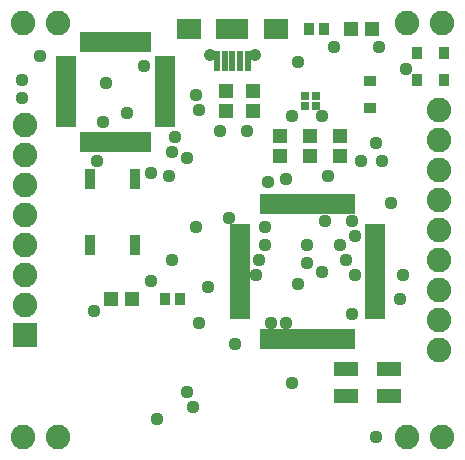
<source format=gts>
G75*
%MOIN*%
%OFA0B0*%
%FSLAX25Y25*%
%IPPOS*%
%LPD*%
%AMOC8*
5,1,8,0,0,1.08239X$1,22.5*
%
%ADD10R,0.02600X0.02600*%
%ADD11R,0.04068X0.03280*%
%ADD12R,0.03280X0.04068*%
%ADD13R,0.03556X0.04343*%
%ADD14R,0.02375X0.06509*%
%ADD15C,0.04146*%
%ADD16R,0.07874X0.06693*%
%ADD17R,0.10630X0.06693*%
%ADD18C,0.08200*%
%ADD19R,0.05131X0.04737*%
%ADD20R,0.04737X0.05131*%
%ADD21R,0.03800X0.06800*%
%ADD22R,0.06600X0.01900*%
%ADD23R,0.01900X0.06600*%
%ADD24R,0.08280X0.05131*%
%ADD25R,0.08200X0.08200*%
%ADD26C,0.04400*%
D10*
X0406800Y0321800D03*
X0410200Y0321800D03*
X0410200Y0325200D03*
X0406800Y0325200D03*
D11*
X0428500Y0320972D03*
X0428500Y0330028D03*
D12*
X0443972Y0330500D03*
X0453028Y0330500D03*
X0453028Y0339500D03*
X0443972Y0339500D03*
D13*
X0413059Y0347500D03*
X0407941Y0347500D03*
X0365059Y0257500D03*
X0359941Y0257500D03*
D14*
X0377382Y0336772D03*
X0379941Y0336772D03*
X0382500Y0336772D03*
X0385059Y0336772D03*
X0387618Y0336772D03*
D15*
X0389980Y0338839D03*
X0375020Y0338839D03*
D16*
X0367996Y0347500D03*
X0397004Y0347500D03*
D17*
X0382500Y0347500D03*
D18*
X0312800Y0211500D03*
X0324200Y0211500D03*
X0313500Y0255500D03*
X0313500Y0265500D03*
X0313500Y0275500D03*
X0313500Y0285500D03*
X0313500Y0295500D03*
X0313500Y0305500D03*
X0313500Y0315500D03*
X0312800Y0349500D03*
X0324200Y0349500D03*
X0440800Y0349500D03*
X0452200Y0349500D03*
X0451500Y0320500D03*
X0451500Y0310500D03*
X0451500Y0300500D03*
X0451500Y0290500D03*
X0451500Y0280500D03*
X0451500Y0270500D03*
X0451500Y0260500D03*
X0451500Y0250500D03*
X0451500Y0240500D03*
X0452200Y0211500D03*
X0440800Y0211500D03*
D19*
X0348846Y0257500D03*
X0342154Y0257500D03*
X0422154Y0347500D03*
X0428846Y0347500D03*
D20*
X0389500Y0326846D03*
X0389500Y0320154D03*
X0380500Y0320154D03*
X0380500Y0326846D03*
X0398500Y0311846D03*
X0398500Y0305154D03*
X0408500Y0305154D03*
X0408500Y0311846D03*
X0418500Y0311846D03*
X0418500Y0305154D03*
D21*
X0350000Y0297500D03*
X0335000Y0297500D03*
X0335000Y0275500D03*
X0350000Y0275500D03*
D22*
X0385000Y0275400D03*
X0385000Y0277300D03*
X0385000Y0279300D03*
X0385000Y0281300D03*
X0385000Y0273400D03*
X0385000Y0271400D03*
X0385000Y0269500D03*
X0385000Y0267500D03*
X0385000Y0265500D03*
X0385000Y0263500D03*
X0385000Y0261600D03*
X0385000Y0259600D03*
X0385000Y0257600D03*
X0385000Y0255700D03*
X0385000Y0253700D03*
X0385000Y0251700D03*
X0430000Y0251700D03*
X0430000Y0253700D03*
X0430000Y0255700D03*
X0430000Y0257600D03*
X0430000Y0259600D03*
X0430000Y0261600D03*
X0430000Y0263500D03*
X0430000Y0265500D03*
X0430000Y0267500D03*
X0430000Y0269500D03*
X0430000Y0271400D03*
X0430000Y0273400D03*
X0430000Y0275400D03*
X0430000Y0277300D03*
X0430000Y0279300D03*
X0430000Y0281300D03*
X0360100Y0315700D03*
X0360100Y0317600D03*
X0360100Y0319600D03*
X0360100Y0321600D03*
X0360100Y0323500D03*
X0360100Y0325500D03*
X0360100Y0327500D03*
X0360100Y0329500D03*
X0360100Y0331400D03*
X0360100Y0333400D03*
X0360100Y0335400D03*
X0360100Y0337300D03*
X0326900Y0337300D03*
X0326900Y0335400D03*
X0326900Y0333400D03*
X0326900Y0331400D03*
X0326900Y0329500D03*
X0326900Y0327500D03*
X0326900Y0325500D03*
X0326900Y0323500D03*
X0326900Y0321600D03*
X0326900Y0319600D03*
X0326900Y0317600D03*
X0326900Y0315700D03*
D23*
X0332700Y0309900D03*
X0334600Y0309900D03*
X0336600Y0309900D03*
X0338600Y0309900D03*
X0340500Y0309900D03*
X0342500Y0309900D03*
X0344500Y0309900D03*
X0346500Y0309900D03*
X0348400Y0309900D03*
X0350400Y0309900D03*
X0352400Y0309900D03*
X0354300Y0309900D03*
X0392700Y0289000D03*
X0394700Y0289000D03*
X0396700Y0289000D03*
X0398600Y0289000D03*
X0400600Y0289000D03*
X0402600Y0289000D03*
X0404500Y0289000D03*
X0406500Y0289000D03*
X0408500Y0289000D03*
X0410500Y0289000D03*
X0412400Y0289000D03*
X0414400Y0289000D03*
X0416400Y0289000D03*
X0418300Y0289000D03*
X0420300Y0289000D03*
X0422300Y0289000D03*
X0422300Y0244000D03*
X0420300Y0244000D03*
X0418300Y0244000D03*
X0416400Y0244000D03*
X0414400Y0244000D03*
X0412400Y0244000D03*
X0410500Y0244000D03*
X0408500Y0244000D03*
X0406500Y0244000D03*
X0404500Y0244000D03*
X0402600Y0244000D03*
X0400600Y0244000D03*
X0398600Y0244000D03*
X0396700Y0244000D03*
X0394700Y0244000D03*
X0392700Y0244000D03*
X0354300Y0343100D03*
X0352400Y0343100D03*
X0350400Y0343100D03*
X0348400Y0343100D03*
X0346500Y0343100D03*
X0344500Y0343100D03*
X0342500Y0343100D03*
X0340500Y0343100D03*
X0338600Y0343100D03*
X0336600Y0343100D03*
X0334600Y0343100D03*
X0332700Y0343100D03*
D24*
X0420217Y0234028D03*
X0434783Y0234028D03*
X0434783Y0224972D03*
X0420217Y0224972D03*
D25*
X0313500Y0245500D03*
D26*
X0336500Y0253500D03*
X0355500Y0263500D03*
X0362500Y0270500D03*
X0374500Y0261500D03*
X0390500Y0265500D03*
X0391500Y0270500D03*
X0393500Y0275500D03*
X0393500Y0281500D03*
X0381500Y0284500D03*
X0370500Y0281500D03*
X0361500Y0298500D03*
X0355500Y0299500D03*
X0362500Y0306500D03*
X0363500Y0311500D03*
X0367500Y0304500D03*
X0378500Y0313500D03*
X0387500Y0313500D03*
X0402500Y0318500D03*
X0412500Y0318500D03*
X0404500Y0336500D03*
X0416500Y0341500D03*
X0431500Y0341500D03*
X0440461Y0334012D03*
X0430500Y0309500D03*
X0432500Y0303500D03*
X0425500Y0303500D03*
X0414500Y0298500D03*
X0400500Y0297500D03*
X0394500Y0296500D03*
X0413500Y0283500D03*
X0422500Y0283500D03*
X0423500Y0278500D03*
X0418500Y0275500D03*
X0420500Y0270500D03*
X0423500Y0265500D03*
X0412500Y0266500D03*
X0407500Y0269500D03*
X0407500Y0275500D03*
X0404500Y0262500D03*
X0400500Y0249500D03*
X0395500Y0249500D03*
X0383500Y0242500D03*
X0371500Y0249500D03*
X0367500Y0226500D03*
X0369500Y0221500D03*
X0357500Y0217500D03*
X0402500Y0229500D03*
X0430500Y0211500D03*
X0422500Y0252500D03*
X0438500Y0257500D03*
X0439500Y0265500D03*
X0435500Y0289500D03*
X0371500Y0320500D03*
X0370500Y0325500D03*
X0353000Y0335000D03*
X0340500Y0329500D03*
X0347500Y0319500D03*
X0339500Y0316500D03*
X0337500Y0303500D03*
X0312500Y0324500D03*
X0312500Y0330500D03*
X0318500Y0338500D03*
M02*

</source>
